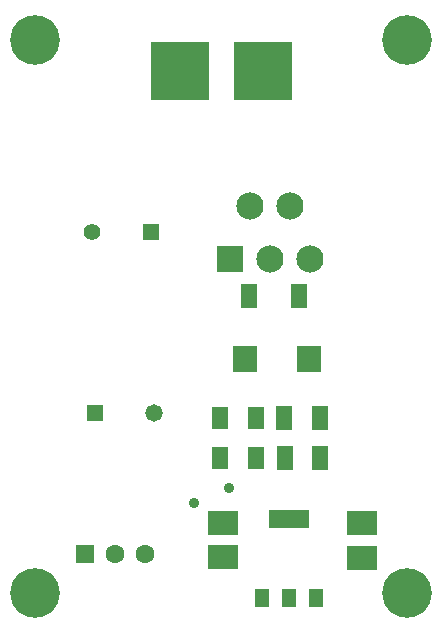
<source format=gts>
G04*
G04 #@! TF.GenerationSoftware,Altium Limited,Altium Designer,20.0.13 (296)*
G04*
G04 Layer_Color=8388736*
%FSLAX44Y44*%
%MOMM*%
G71*
G01*
G75*
%ADD21R,5.0000X5.0000*%
%ADD22R,1.3532X2.0032*%
%ADD23R,1.3532X1.9032*%
%ADD24R,2.0032X2.2532*%
%ADD25R,1.3732X2.1332*%
%ADD26R,1.1532X1.5032*%
%ADD27R,3.4532X1.5032*%
%ADD28R,2.5032X2.0032*%
%ADD29R,1.6032X1.6032*%
%ADD30C,1.6032*%
%ADD31R,2.3032X2.3032*%
%ADD32C,2.3032*%
%ADD33R,1.4032X1.4032*%
%ADD34C,1.4032*%
%ADD35R,1.4782X1.4782*%
%ADD36C,1.4782*%
%ADD37C,4.2032*%
%ADD38C,0.9032*%
D21*
X954720Y1160928D02*
D03*
X884870D02*
D03*
D22*
X972820Y867410D02*
D03*
X1002820D02*
D03*
X973060Y833120D02*
D03*
X1003060D02*
D03*
D23*
X918450Y867410D02*
D03*
X948450D02*
D03*
Y833120D02*
D03*
X918450D02*
D03*
D24*
X939470Y916940D02*
D03*
X993470D02*
D03*
D25*
X985180Y970280D02*
D03*
X942680D02*
D03*
D26*
X953730Y714530D02*
D03*
X976630D02*
D03*
X999530D02*
D03*
D27*
X976630Y781530D02*
D03*
D28*
X1038860Y748770D02*
D03*
Y777770D02*
D03*
X920750Y749510D02*
D03*
Y778510D02*
D03*
D29*
X803910Y751840D02*
D03*
D30*
X829310D02*
D03*
X854710D02*
D03*
D31*
X926900Y1001880D02*
D03*
D32*
X960900D02*
D03*
X994900D02*
D03*
X943900Y1046480D02*
D03*
X977900D02*
D03*
D33*
X860260Y1024890D02*
D03*
D34*
X810260D02*
D03*
D35*
X812330Y871220D02*
D03*
D36*
X862330D02*
D03*
D37*
X762000Y1187450D02*
D03*
X1076960D02*
D03*
X762000Y718820D02*
D03*
X1076960D02*
D03*
D38*
X925830Y807720D02*
D03*
X896620Y795020D02*
D03*
M02*

</source>
